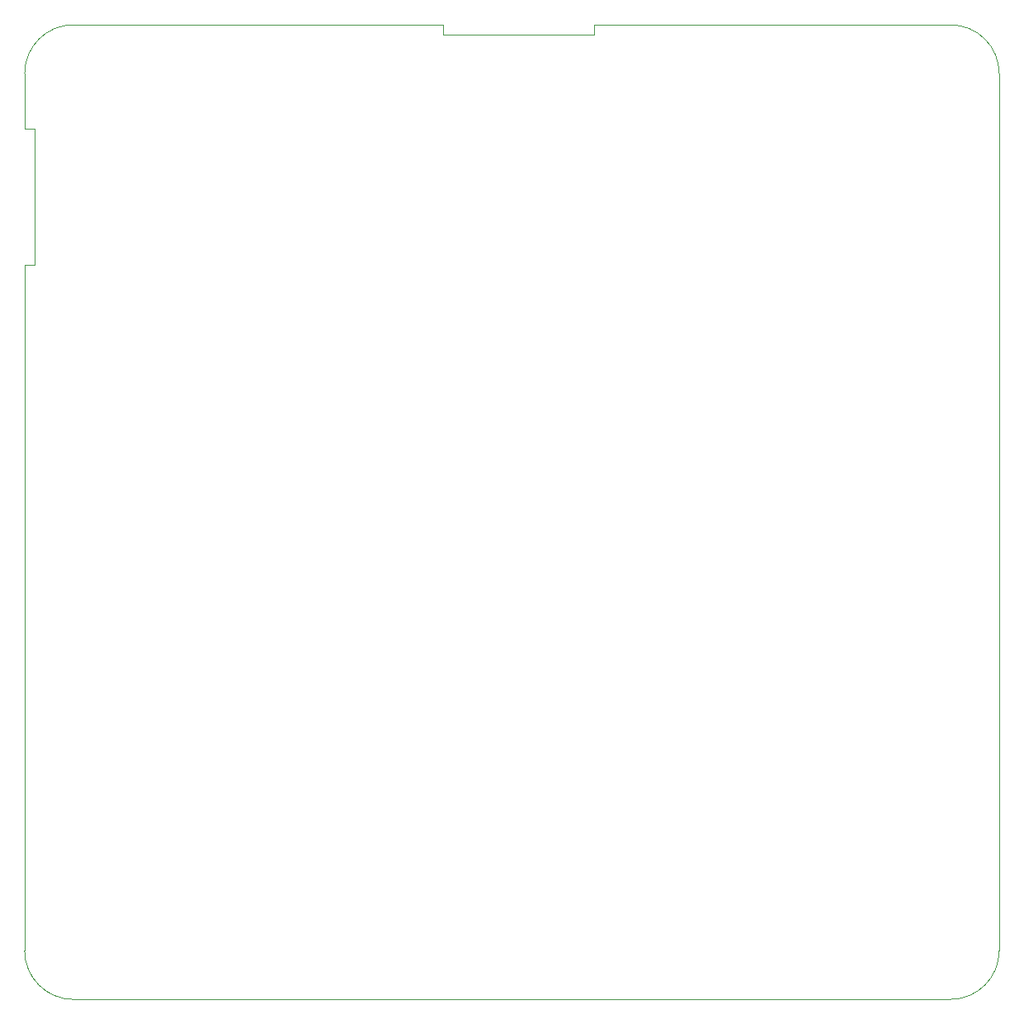
<source format=gm1>
G04 #@! TF.GenerationSoftware,KiCad,Pcbnew,(6.0.0)*
G04 #@! TF.CreationDate,2022-04-27T13:01:12+04:00*
G04 #@! TF.ProjectId,Gateway_STM32_ver_2_0,47617465-7761-4795-9f53-544d33325f76,rev?*
G04 #@! TF.SameCoordinates,Original*
G04 #@! TF.FileFunction,Profile,NP*
%FSLAX46Y46*%
G04 Gerber Fmt 4.6, Leading zero omitted, Abs format (unit mm)*
G04 Created by KiCad (PCBNEW (6.0.0)) date 2022-04-27 13:01:12*
%MOMM*%
%LPD*%
G01*
G04 APERTURE LIST*
G04 #@! TA.AperFunction,Profile*
%ADD10C,0.050000*%
G04 #@! TD*
G04 APERTURE END LIST*
D10*
X40000000Y-165000000D02*
X40000000Y-94650000D01*
X140000000Y-114000000D02*
X140000000Y-165000000D01*
X82900000Y-70000000D02*
X45000000Y-70000000D01*
X140000000Y-100000000D02*
X140000000Y-75000000D01*
X140000000Y-114000000D02*
X140000000Y-100000000D01*
X40000000Y-80650000D02*
X40000000Y-75000000D01*
X135000000Y-70000000D02*
X98400000Y-70000000D01*
X135000000Y-170000000D02*
X45000000Y-170000000D01*
X41000000Y-94650000D02*
X41000000Y-80650000D01*
X45000000Y-70000000D02*
G75*
G03*
X40000000Y-75000000I0J-5000000D01*
G01*
X135000000Y-170000000D02*
G75*
G03*
X140000000Y-165000000I0J5000000D01*
G01*
X40000000Y-94650000D02*
X41000000Y-94650000D01*
X40000000Y-165000000D02*
G75*
G03*
X45000000Y-170000000I5000000J0D01*
G01*
X98400000Y-71000000D02*
X98400000Y-70000000D01*
X41000000Y-80650000D02*
X40000000Y-80650000D01*
X82900000Y-70000000D02*
X82900000Y-71000000D01*
X140000000Y-75000000D02*
G75*
G03*
X135000000Y-70000000I-5000000J0D01*
G01*
X82900000Y-71000000D02*
X98400000Y-71000000D01*
M02*

</source>
